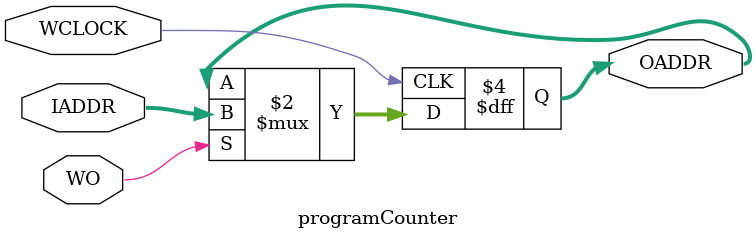
<source format=v>
module programCounter(
WCLOCK  ,   // System Clock for Write Operation (Input)
WO      ,   // Write Operation Enable (Input)
IADDR   ,   // Input Address (Input)
OADDR       // Output Address (Output)
);

parameter ADDR_WIDTH = 11;

//--------------Input Ports----------------------------
input                       WCLOCK;
input                       WO;
input   [ADDR_WIDTH-1:0]    IADDR;

//--------------Output Ports---------------------------
output reg [ADDR_WIDTH-1:0] OADDR;

//-------------Processing Starts Here------------------

// Program Counter Write Block
always @(negedge WCLOCK) begin
    if (WO)
        OADDR <= IADDR;
end

endmodule

</source>
